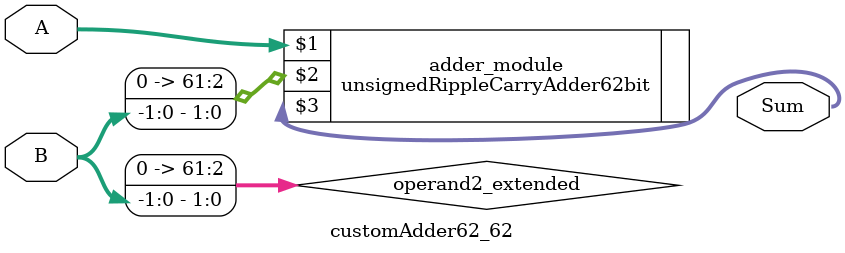
<source format=v>
module customAdder62_62(
                        input [61 : 0] A,
                        input [-1 : 0] B,
                        
                        output [62 : 0] Sum
                );

        wire [61 : 0] operand2_extended;
        
        assign operand2_extended =  {62'b0, B};
        
        unsignedRippleCarryAdder62bit adder_module(
            A,
            operand2_extended,
            Sum
        );
        
        endmodule
        
</source>
